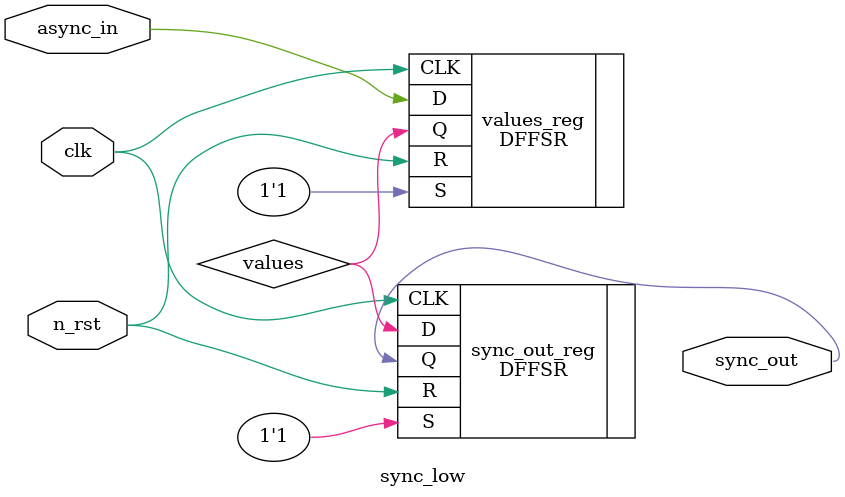
<source format=v>


module sync_low ( clk, n_rst, async_in, sync_out );
  input clk, n_rst, async_in;
  output sync_out;
  wire   values;

  DFFSR values_reg ( .D(async_in), .CLK(clk), .R(n_rst), .S(1'b1), .Q(values)
         );
  DFFSR sync_out_reg ( .D(values), .CLK(clk), .R(n_rst), .S(1'b1), .Q(sync_out) );
endmodule


</source>
